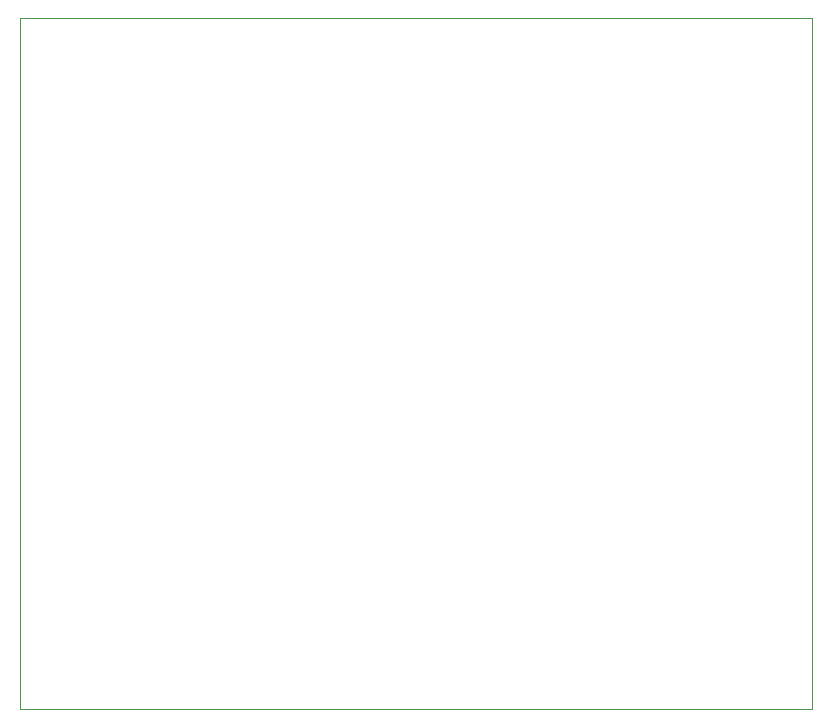
<source format=gbr>
%TF.GenerationSoftware,KiCad,Pcbnew,7.0.1-3b83917a11~172~ubuntu22.04.1*%
%TF.CreationDate,2023-03-24T22:05:32-05:00*%
%TF.ProjectId,pi_hat_forclayton3,70695f68-6174-45f6-966f-72636c617974,rev?*%
%TF.SameCoordinates,Original*%
%TF.FileFunction,Profile,NP*%
%FSLAX46Y46*%
G04 Gerber Fmt 4.6, Leading zero omitted, Abs format (unit mm)*
G04 Created by KiCad (PCBNEW 7.0.1-3b83917a11~172~ubuntu22.04.1) date 2023-03-24 22:05:32*
%MOMM*%
%LPD*%
G01*
G04 APERTURE LIST*
%TA.AperFunction,Profile*%
%ADD10C,0.050000*%
%TD*%
G04 APERTURE END LIST*
D10*
X0Y0D02*
X67056000Y0D01*
X67056000Y-58547000D01*
X0Y-58547000D01*
X0Y0D01*
M02*

</source>
